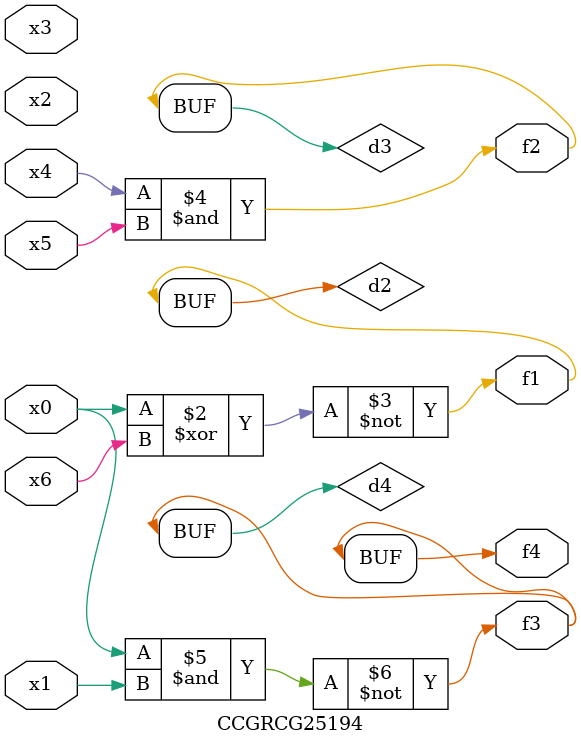
<source format=v>
module CCGRCG25194(
	input x0, x1, x2, x3, x4, x5, x6,
	output f1, f2, f3, f4
);

	wire d1, d2, d3, d4;

	nor (d1, x0);
	xnor (d2, x0, x6);
	and (d3, x4, x5);
	nand (d4, x0, x1);
	assign f1 = d2;
	assign f2 = d3;
	assign f3 = d4;
	assign f4 = d4;
endmodule

</source>
